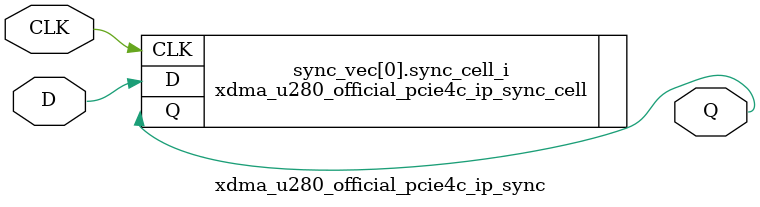
<source format=v>

`timescale 1ps / 1ps

(* DowngradeIPIdentifiedWarnings = "yes" *)
module xdma_u280_official_pcie4c_ip_sync #
(
    parameter integer WIDTH = 1, 
    parameter integer STAGE = 3
)
(
    //-------------------------------------------------------------------------- 
    //  Input Ports
    //-------------------------------------------------------------------------- 
    input                               CLK,
    input       [WIDTH-1:0]             D,
    
    //-------------------------------------------------------------------------- 
    //  Output Ports
    //-------------------------------------------------------------------------- 
    output      [WIDTH-1:0]             Q
);                                                        



//--------------------------------------------------------------------------------------------------
//  Generate Synchronizer - Begin
//--------------------------------------------------------------------------------------------------
genvar i;

generate for (i=0; i<WIDTH; i=i+1) 

    begin : sync_vec

    //----------------------------------------------------------------------
    //  Synchronizer
    //----------------------------------------------------------------------
    xdma_u280_official_pcie4c_ip_sync_cell #
    (
        .STAGE                          (STAGE)
    )    
    sync_cell_i
    (
        //------------------------------------------------------------------
        //  Input Ports
        //------------------------------------------------------------------
        .CLK                            (CLK),
        .D                              (D[i]),

        //------------------------------------------------------------------
        //  Output Ports
        //------------------------------------------------------------------
        .Q                              (Q[i])
    );
 
    end   
      
endgenerate 
//--------------------------------------------------------------------------------------------------
//  Generate - End
//--------------------------------------------------------------------------------------------------



endmodule

</source>
